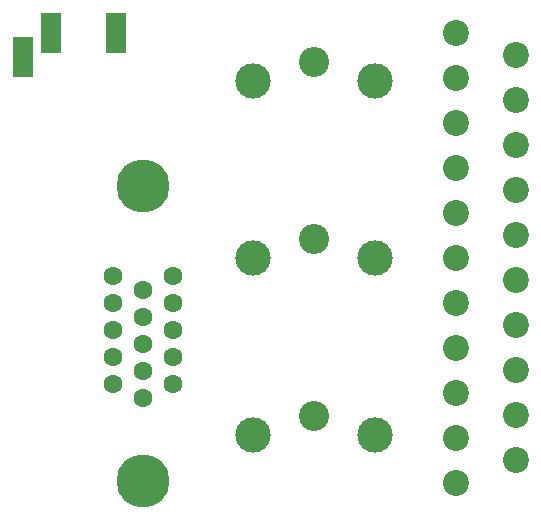
<source format=gbr>
%TF.GenerationSoftware,KiCad,Pcbnew,6.0.4+dfsg-1+b1*%
%TF.CreationDate,2022-07-06T22:38:45+03:00*%
%TF.ProjectId,dexx_video_adapter,64657878-5f76-4696-9465-6f5f61646170,rev?*%
%TF.SameCoordinates,Original*%
%TF.FileFunction,Soldermask,Bot*%
%TF.FilePolarity,Negative*%
%FSLAX46Y46*%
G04 Gerber Fmt 4.6, Leading zero omitted, Abs format (unit mm)*
G04 Created by KiCad (PCBNEW 6.0.4+dfsg-1+b1) date 2022-07-06 22:38:45*
%MOMM*%
%LPD*%
G01*
G04 APERTURE LIST*
%ADD10C,2.550000*%
%ADD11C,3.000000*%
%ADD12C,1.600000*%
%ADD13C,4.500000*%
%ADD14C,2.200000*%
%ADD15R,1.700000X3.500000*%
G04 APERTURE END LIST*
D10*
%TO.C,J3*%
X51180000Y-39400000D03*
D11*
X46030000Y-41000000D03*
X56330000Y-41000000D03*
%TD*%
D10*
%TO.C,J4*%
X51180000Y-24400000D03*
D11*
X46030000Y-26000000D03*
X56330000Y-26000000D03*
%TD*%
D12*
%TO.C,J6*%
X39240000Y-51690000D03*
X39240000Y-49400000D03*
X39240000Y-47110000D03*
X39240000Y-44820000D03*
X39240000Y-42530000D03*
X36700000Y-52830000D03*
X36700000Y-50540000D03*
X36700000Y-48250000D03*
X36700000Y-45960000D03*
D13*
X36700000Y-34870000D03*
D12*
X36700000Y-43670000D03*
D13*
X36700000Y-59870000D03*
D12*
X34160000Y-51690000D03*
X34160000Y-49400000D03*
X34160000Y-47110000D03*
X34160000Y-44820000D03*
X34160000Y-42530000D03*
%TD*%
D10*
%TO.C,J2*%
X51180000Y-54400000D03*
D11*
X46030000Y-56000000D03*
X56330000Y-56000000D03*
%TD*%
D14*
%TO.C,J1*%
X63170000Y-21910000D03*
X68250000Y-23815000D03*
X63170000Y-25720000D03*
X68250000Y-27625000D03*
X63170000Y-29530000D03*
X68250000Y-31435000D03*
X63170000Y-33340000D03*
X68250000Y-35245000D03*
X63170000Y-37150000D03*
X68250000Y-39055000D03*
X63170000Y-40960000D03*
X68250000Y-42865000D03*
X63170000Y-44770000D03*
X68250000Y-46675000D03*
X63170000Y-48580000D03*
X68250000Y-50485000D03*
X63170000Y-52390000D03*
X68250000Y-54295000D03*
X63170000Y-56200000D03*
X68250000Y-58105000D03*
X63170000Y-60010000D03*
%TD*%
D15*
%TO.C,J5*%
X34440000Y-21960000D03*
X26540000Y-23960000D03*
X28940000Y-21960000D03*
%TD*%
M02*

</source>
